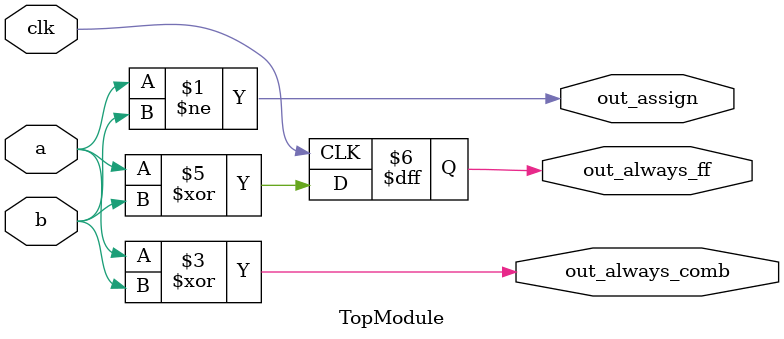
<source format=sv>

module TopModule (
  input clk,
  input a,
  input b,
  output out_assign,
  output reg out_always_comb,
  output reg out_always_ff
);
assign out_assign = (a != b);
always @(*) begin
    out_always_comb = a ^ b;
end
always @(posedge clk) begin
    out_always_ff <= a ^ b;
end
endmodule

</source>
